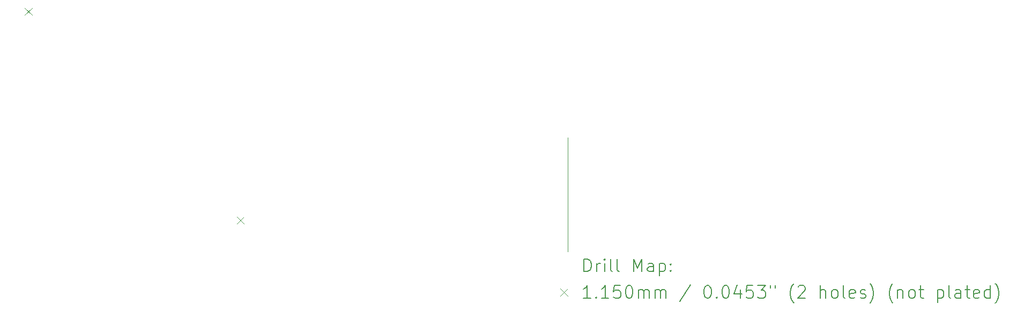
<source format=gbr>
%TF.GenerationSoftware,KiCad,Pcbnew,7.0.10*%
%TF.CreationDate,2024-05-14T18:08:38+03:00*%
%TF.ProjectId,Altamplifier,416c7461-6d70-46c6-9966-6965722e6b69,rev?*%
%TF.SameCoordinates,Original*%
%TF.FileFunction,Drillmap*%
%TF.FilePolarity,Positive*%
%FSLAX45Y45*%
G04 Gerber Fmt 4.5, Leading zero omitted, Abs format (unit mm)*
G04 Created by KiCad (PCBNEW 7.0.10) date 2024-05-14 18:08:38*
%MOMM*%
%LPD*%
G01*
G04 APERTURE LIST*
%ADD10C,0.120000*%
%ADD11C,0.200000*%
%ADD12C,0.115000*%
G04 APERTURE END LIST*
D10*
X17260000Y-8774000D02*
X17260000Y-6974000D01*
D11*
D12*
X8682500Y-4919500D02*
X8797500Y-5034500D01*
X8797500Y-4919500D02*
X8682500Y-5034500D01*
X12031500Y-8220500D02*
X12146500Y-8335500D01*
X12146500Y-8220500D02*
X12031500Y-8335500D01*
D11*
X17514777Y-9091484D02*
X17514777Y-8891484D01*
X17514777Y-8891484D02*
X17562396Y-8891484D01*
X17562396Y-8891484D02*
X17590967Y-8901008D01*
X17590967Y-8901008D02*
X17610015Y-8920055D01*
X17610015Y-8920055D02*
X17619539Y-8939103D01*
X17619539Y-8939103D02*
X17629063Y-8977198D01*
X17629063Y-8977198D02*
X17629063Y-9005770D01*
X17629063Y-9005770D02*
X17619539Y-9043865D01*
X17619539Y-9043865D02*
X17610015Y-9062912D01*
X17610015Y-9062912D02*
X17590967Y-9081960D01*
X17590967Y-9081960D02*
X17562396Y-9091484D01*
X17562396Y-9091484D02*
X17514777Y-9091484D01*
X17714777Y-9091484D02*
X17714777Y-8958150D01*
X17714777Y-8996246D02*
X17724301Y-8977198D01*
X17724301Y-8977198D02*
X17733824Y-8967674D01*
X17733824Y-8967674D02*
X17752872Y-8958150D01*
X17752872Y-8958150D02*
X17771920Y-8958150D01*
X17838586Y-9091484D02*
X17838586Y-8958150D01*
X17838586Y-8891484D02*
X17829063Y-8901008D01*
X17829063Y-8901008D02*
X17838586Y-8910531D01*
X17838586Y-8910531D02*
X17848110Y-8901008D01*
X17848110Y-8901008D02*
X17838586Y-8891484D01*
X17838586Y-8891484D02*
X17838586Y-8910531D01*
X17962396Y-9091484D02*
X17943348Y-9081960D01*
X17943348Y-9081960D02*
X17933824Y-9062912D01*
X17933824Y-9062912D02*
X17933824Y-8891484D01*
X18067158Y-9091484D02*
X18048110Y-9081960D01*
X18048110Y-9081960D02*
X18038586Y-9062912D01*
X18038586Y-9062912D02*
X18038586Y-8891484D01*
X18295729Y-9091484D02*
X18295729Y-8891484D01*
X18295729Y-8891484D02*
X18362396Y-9034341D01*
X18362396Y-9034341D02*
X18429063Y-8891484D01*
X18429063Y-8891484D02*
X18429063Y-9091484D01*
X18610015Y-9091484D02*
X18610015Y-8986722D01*
X18610015Y-8986722D02*
X18600491Y-8967674D01*
X18600491Y-8967674D02*
X18581444Y-8958150D01*
X18581444Y-8958150D02*
X18543348Y-8958150D01*
X18543348Y-8958150D02*
X18524301Y-8967674D01*
X18610015Y-9081960D02*
X18590967Y-9091484D01*
X18590967Y-9091484D02*
X18543348Y-9091484D01*
X18543348Y-9091484D02*
X18524301Y-9081960D01*
X18524301Y-9081960D02*
X18514777Y-9062912D01*
X18514777Y-9062912D02*
X18514777Y-9043865D01*
X18514777Y-9043865D02*
X18524301Y-9024817D01*
X18524301Y-9024817D02*
X18543348Y-9015293D01*
X18543348Y-9015293D02*
X18590967Y-9015293D01*
X18590967Y-9015293D02*
X18610015Y-9005770D01*
X18705253Y-8958150D02*
X18705253Y-9158150D01*
X18705253Y-8967674D02*
X18724301Y-8958150D01*
X18724301Y-8958150D02*
X18762396Y-8958150D01*
X18762396Y-8958150D02*
X18781444Y-8967674D01*
X18781444Y-8967674D02*
X18790967Y-8977198D01*
X18790967Y-8977198D02*
X18800491Y-8996246D01*
X18800491Y-8996246D02*
X18800491Y-9053389D01*
X18800491Y-9053389D02*
X18790967Y-9072436D01*
X18790967Y-9072436D02*
X18781444Y-9081960D01*
X18781444Y-9081960D02*
X18762396Y-9091484D01*
X18762396Y-9091484D02*
X18724301Y-9091484D01*
X18724301Y-9091484D02*
X18705253Y-9081960D01*
X18886205Y-9072436D02*
X18895729Y-9081960D01*
X18895729Y-9081960D02*
X18886205Y-9091484D01*
X18886205Y-9091484D02*
X18876682Y-9081960D01*
X18876682Y-9081960D02*
X18886205Y-9072436D01*
X18886205Y-9072436D02*
X18886205Y-9091484D01*
X18886205Y-8967674D02*
X18895729Y-8977198D01*
X18895729Y-8977198D02*
X18886205Y-8986722D01*
X18886205Y-8986722D02*
X18876682Y-8977198D01*
X18876682Y-8977198D02*
X18886205Y-8967674D01*
X18886205Y-8967674D02*
X18886205Y-8986722D01*
D12*
X17139000Y-9362500D02*
X17254000Y-9477500D01*
X17254000Y-9362500D02*
X17139000Y-9477500D01*
D11*
X17619539Y-9511484D02*
X17505253Y-9511484D01*
X17562396Y-9511484D02*
X17562396Y-9311484D01*
X17562396Y-9311484D02*
X17543348Y-9340055D01*
X17543348Y-9340055D02*
X17524301Y-9359103D01*
X17524301Y-9359103D02*
X17505253Y-9368627D01*
X17705253Y-9492436D02*
X17714777Y-9501960D01*
X17714777Y-9501960D02*
X17705253Y-9511484D01*
X17705253Y-9511484D02*
X17695729Y-9501960D01*
X17695729Y-9501960D02*
X17705253Y-9492436D01*
X17705253Y-9492436D02*
X17705253Y-9511484D01*
X17905253Y-9511484D02*
X17790967Y-9511484D01*
X17848110Y-9511484D02*
X17848110Y-9311484D01*
X17848110Y-9311484D02*
X17829063Y-9340055D01*
X17829063Y-9340055D02*
X17810015Y-9359103D01*
X17810015Y-9359103D02*
X17790967Y-9368627D01*
X18086205Y-9311484D02*
X17990967Y-9311484D01*
X17990967Y-9311484D02*
X17981444Y-9406722D01*
X17981444Y-9406722D02*
X17990967Y-9397198D01*
X17990967Y-9397198D02*
X18010015Y-9387674D01*
X18010015Y-9387674D02*
X18057634Y-9387674D01*
X18057634Y-9387674D02*
X18076682Y-9397198D01*
X18076682Y-9397198D02*
X18086205Y-9406722D01*
X18086205Y-9406722D02*
X18095729Y-9425770D01*
X18095729Y-9425770D02*
X18095729Y-9473389D01*
X18095729Y-9473389D02*
X18086205Y-9492436D01*
X18086205Y-9492436D02*
X18076682Y-9501960D01*
X18076682Y-9501960D02*
X18057634Y-9511484D01*
X18057634Y-9511484D02*
X18010015Y-9511484D01*
X18010015Y-9511484D02*
X17990967Y-9501960D01*
X17990967Y-9501960D02*
X17981444Y-9492436D01*
X18219539Y-9311484D02*
X18238586Y-9311484D01*
X18238586Y-9311484D02*
X18257634Y-9321008D01*
X18257634Y-9321008D02*
X18267158Y-9330531D01*
X18267158Y-9330531D02*
X18276682Y-9349579D01*
X18276682Y-9349579D02*
X18286205Y-9387674D01*
X18286205Y-9387674D02*
X18286205Y-9435293D01*
X18286205Y-9435293D02*
X18276682Y-9473389D01*
X18276682Y-9473389D02*
X18267158Y-9492436D01*
X18267158Y-9492436D02*
X18257634Y-9501960D01*
X18257634Y-9501960D02*
X18238586Y-9511484D01*
X18238586Y-9511484D02*
X18219539Y-9511484D01*
X18219539Y-9511484D02*
X18200491Y-9501960D01*
X18200491Y-9501960D02*
X18190967Y-9492436D01*
X18190967Y-9492436D02*
X18181444Y-9473389D01*
X18181444Y-9473389D02*
X18171920Y-9435293D01*
X18171920Y-9435293D02*
X18171920Y-9387674D01*
X18171920Y-9387674D02*
X18181444Y-9349579D01*
X18181444Y-9349579D02*
X18190967Y-9330531D01*
X18190967Y-9330531D02*
X18200491Y-9321008D01*
X18200491Y-9321008D02*
X18219539Y-9311484D01*
X18371920Y-9511484D02*
X18371920Y-9378150D01*
X18371920Y-9397198D02*
X18381444Y-9387674D01*
X18381444Y-9387674D02*
X18400491Y-9378150D01*
X18400491Y-9378150D02*
X18429063Y-9378150D01*
X18429063Y-9378150D02*
X18448110Y-9387674D01*
X18448110Y-9387674D02*
X18457634Y-9406722D01*
X18457634Y-9406722D02*
X18457634Y-9511484D01*
X18457634Y-9406722D02*
X18467158Y-9387674D01*
X18467158Y-9387674D02*
X18486205Y-9378150D01*
X18486205Y-9378150D02*
X18514777Y-9378150D01*
X18514777Y-9378150D02*
X18533825Y-9387674D01*
X18533825Y-9387674D02*
X18543348Y-9406722D01*
X18543348Y-9406722D02*
X18543348Y-9511484D01*
X18638586Y-9511484D02*
X18638586Y-9378150D01*
X18638586Y-9397198D02*
X18648110Y-9387674D01*
X18648110Y-9387674D02*
X18667158Y-9378150D01*
X18667158Y-9378150D02*
X18695729Y-9378150D01*
X18695729Y-9378150D02*
X18714777Y-9387674D01*
X18714777Y-9387674D02*
X18724301Y-9406722D01*
X18724301Y-9406722D02*
X18724301Y-9511484D01*
X18724301Y-9406722D02*
X18733825Y-9387674D01*
X18733825Y-9387674D02*
X18752872Y-9378150D01*
X18752872Y-9378150D02*
X18781444Y-9378150D01*
X18781444Y-9378150D02*
X18800491Y-9387674D01*
X18800491Y-9387674D02*
X18810015Y-9406722D01*
X18810015Y-9406722D02*
X18810015Y-9511484D01*
X19200491Y-9301960D02*
X19029063Y-9559103D01*
X19457634Y-9311484D02*
X19476682Y-9311484D01*
X19476682Y-9311484D02*
X19495729Y-9321008D01*
X19495729Y-9321008D02*
X19505253Y-9330531D01*
X19505253Y-9330531D02*
X19514777Y-9349579D01*
X19514777Y-9349579D02*
X19524301Y-9387674D01*
X19524301Y-9387674D02*
X19524301Y-9435293D01*
X19524301Y-9435293D02*
X19514777Y-9473389D01*
X19514777Y-9473389D02*
X19505253Y-9492436D01*
X19505253Y-9492436D02*
X19495729Y-9501960D01*
X19495729Y-9501960D02*
X19476682Y-9511484D01*
X19476682Y-9511484D02*
X19457634Y-9511484D01*
X19457634Y-9511484D02*
X19438587Y-9501960D01*
X19438587Y-9501960D02*
X19429063Y-9492436D01*
X19429063Y-9492436D02*
X19419539Y-9473389D01*
X19419539Y-9473389D02*
X19410015Y-9435293D01*
X19410015Y-9435293D02*
X19410015Y-9387674D01*
X19410015Y-9387674D02*
X19419539Y-9349579D01*
X19419539Y-9349579D02*
X19429063Y-9330531D01*
X19429063Y-9330531D02*
X19438587Y-9321008D01*
X19438587Y-9321008D02*
X19457634Y-9311484D01*
X19610015Y-9492436D02*
X19619539Y-9501960D01*
X19619539Y-9501960D02*
X19610015Y-9511484D01*
X19610015Y-9511484D02*
X19600491Y-9501960D01*
X19600491Y-9501960D02*
X19610015Y-9492436D01*
X19610015Y-9492436D02*
X19610015Y-9511484D01*
X19743348Y-9311484D02*
X19762396Y-9311484D01*
X19762396Y-9311484D02*
X19781444Y-9321008D01*
X19781444Y-9321008D02*
X19790968Y-9330531D01*
X19790968Y-9330531D02*
X19800491Y-9349579D01*
X19800491Y-9349579D02*
X19810015Y-9387674D01*
X19810015Y-9387674D02*
X19810015Y-9435293D01*
X19810015Y-9435293D02*
X19800491Y-9473389D01*
X19800491Y-9473389D02*
X19790968Y-9492436D01*
X19790968Y-9492436D02*
X19781444Y-9501960D01*
X19781444Y-9501960D02*
X19762396Y-9511484D01*
X19762396Y-9511484D02*
X19743348Y-9511484D01*
X19743348Y-9511484D02*
X19724301Y-9501960D01*
X19724301Y-9501960D02*
X19714777Y-9492436D01*
X19714777Y-9492436D02*
X19705253Y-9473389D01*
X19705253Y-9473389D02*
X19695729Y-9435293D01*
X19695729Y-9435293D02*
X19695729Y-9387674D01*
X19695729Y-9387674D02*
X19705253Y-9349579D01*
X19705253Y-9349579D02*
X19714777Y-9330531D01*
X19714777Y-9330531D02*
X19724301Y-9321008D01*
X19724301Y-9321008D02*
X19743348Y-9311484D01*
X19981444Y-9378150D02*
X19981444Y-9511484D01*
X19933825Y-9301960D02*
X19886206Y-9444817D01*
X19886206Y-9444817D02*
X20010015Y-9444817D01*
X20181444Y-9311484D02*
X20086206Y-9311484D01*
X20086206Y-9311484D02*
X20076682Y-9406722D01*
X20076682Y-9406722D02*
X20086206Y-9397198D01*
X20086206Y-9397198D02*
X20105253Y-9387674D01*
X20105253Y-9387674D02*
X20152872Y-9387674D01*
X20152872Y-9387674D02*
X20171920Y-9397198D01*
X20171920Y-9397198D02*
X20181444Y-9406722D01*
X20181444Y-9406722D02*
X20190968Y-9425770D01*
X20190968Y-9425770D02*
X20190968Y-9473389D01*
X20190968Y-9473389D02*
X20181444Y-9492436D01*
X20181444Y-9492436D02*
X20171920Y-9501960D01*
X20171920Y-9501960D02*
X20152872Y-9511484D01*
X20152872Y-9511484D02*
X20105253Y-9511484D01*
X20105253Y-9511484D02*
X20086206Y-9501960D01*
X20086206Y-9501960D02*
X20076682Y-9492436D01*
X20257634Y-9311484D02*
X20381444Y-9311484D01*
X20381444Y-9311484D02*
X20314777Y-9387674D01*
X20314777Y-9387674D02*
X20343349Y-9387674D01*
X20343349Y-9387674D02*
X20362396Y-9397198D01*
X20362396Y-9397198D02*
X20371920Y-9406722D01*
X20371920Y-9406722D02*
X20381444Y-9425770D01*
X20381444Y-9425770D02*
X20381444Y-9473389D01*
X20381444Y-9473389D02*
X20371920Y-9492436D01*
X20371920Y-9492436D02*
X20362396Y-9501960D01*
X20362396Y-9501960D02*
X20343349Y-9511484D01*
X20343349Y-9511484D02*
X20286206Y-9511484D01*
X20286206Y-9511484D02*
X20267158Y-9501960D01*
X20267158Y-9501960D02*
X20257634Y-9492436D01*
X20457634Y-9311484D02*
X20457634Y-9349579D01*
X20533825Y-9311484D02*
X20533825Y-9349579D01*
X20829063Y-9587674D02*
X20819539Y-9578150D01*
X20819539Y-9578150D02*
X20800491Y-9549579D01*
X20800491Y-9549579D02*
X20790968Y-9530531D01*
X20790968Y-9530531D02*
X20781444Y-9501960D01*
X20781444Y-9501960D02*
X20771920Y-9454341D01*
X20771920Y-9454341D02*
X20771920Y-9416246D01*
X20771920Y-9416246D02*
X20781444Y-9368627D01*
X20781444Y-9368627D02*
X20790968Y-9340055D01*
X20790968Y-9340055D02*
X20800491Y-9321008D01*
X20800491Y-9321008D02*
X20819539Y-9292436D01*
X20819539Y-9292436D02*
X20829063Y-9282912D01*
X20895730Y-9330531D02*
X20905253Y-9321008D01*
X20905253Y-9321008D02*
X20924301Y-9311484D01*
X20924301Y-9311484D02*
X20971920Y-9311484D01*
X20971920Y-9311484D02*
X20990968Y-9321008D01*
X20990968Y-9321008D02*
X21000491Y-9330531D01*
X21000491Y-9330531D02*
X21010015Y-9349579D01*
X21010015Y-9349579D02*
X21010015Y-9368627D01*
X21010015Y-9368627D02*
X21000491Y-9397198D01*
X21000491Y-9397198D02*
X20886206Y-9511484D01*
X20886206Y-9511484D02*
X21010015Y-9511484D01*
X21248111Y-9511484D02*
X21248111Y-9311484D01*
X21333825Y-9511484D02*
X21333825Y-9406722D01*
X21333825Y-9406722D02*
X21324301Y-9387674D01*
X21324301Y-9387674D02*
X21305253Y-9378150D01*
X21305253Y-9378150D02*
X21276682Y-9378150D01*
X21276682Y-9378150D02*
X21257634Y-9387674D01*
X21257634Y-9387674D02*
X21248111Y-9397198D01*
X21457634Y-9511484D02*
X21438587Y-9501960D01*
X21438587Y-9501960D02*
X21429063Y-9492436D01*
X21429063Y-9492436D02*
X21419539Y-9473389D01*
X21419539Y-9473389D02*
X21419539Y-9416246D01*
X21419539Y-9416246D02*
X21429063Y-9397198D01*
X21429063Y-9397198D02*
X21438587Y-9387674D01*
X21438587Y-9387674D02*
X21457634Y-9378150D01*
X21457634Y-9378150D02*
X21486206Y-9378150D01*
X21486206Y-9378150D02*
X21505253Y-9387674D01*
X21505253Y-9387674D02*
X21514777Y-9397198D01*
X21514777Y-9397198D02*
X21524301Y-9416246D01*
X21524301Y-9416246D02*
X21524301Y-9473389D01*
X21524301Y-9473389D02*
X21514777Y-9492436D01*
X21514777Y-9492436D02*
X21505253Y-9501960D01*
X21505253Y-9501960D02*
X21486206Y-9511484D01*
X21486206Y-9511484D02*
X21457634Y-9511484D01*
X21638587Y-9511484D02*
X21619539Y-9501960D01*
X21619539Y-9501960D02*
X21610015Y-9482912D01*
X21610015Y-9482912D02*
X21610015Y-9311484D01*
X21790968Y-9501960D02*
X21771920Y-9511484D01*
X21771920Y-9511484D02*
X21733825Y-9511484D01*
X21733825Y-9511484D02*
X21714777Y-9501960D01*
X21714777Y-9501960D02*
X21705253Y-9482912D01*
X21705253Y-9482912D02*
X21705253Y-9406722D01*
X21705253Y-9406722D02*
X21714777Y-9387674D01*
X21714777Y-9387674D02*
X21733825Y-9378150D01*
X21733825Y-9378150D02*
X21771920Y-9378150D01*
X21771920Y-9378150D02*
X21790968Y-9387674D01*
X21790968Y-9387674D02*
X21800492Y-9406722D01*
X21800492Y-9406722D02*
X21800492Y-9425770D01*
X21800492Y-9425770D02*
X21705253Y-9444817D01*
X21876682Y-9501960D02*
X21895730Y-9511484D01*
X21895730Y-9511484D02*
X21933825Y-9511484D01*
X21933825Y-9511484D02*
X21952873Y-9501960D01*
X21952873Y-9501960D02*
X21962396Y-9482912D01*
X21962396Y-9482912D02*
X21962396Y-9473389D01*
X21962396Y-9473389D02*
X21952873Y-9454341D01*
X21952873Y-9454341D02*
X21933825Y-9444817D01*
X21933825Y-9444817D02*
X21905253Y-9444817D01*
X21905253Y-9444817D02*
X21886206Y-9435293D01*
X21886206Y-9435293D02*
X21876682Y-9416246D01*
X21876682Y-9416246D02*
X21876682Y-9406722D01*
X21876682Y-9406722D02*
X21886206Y-9387674D01*
X21886206Y-9387674D02*
X21905253Y-9378150D01*
X21905253Y-9378150D02*
X21933825Y-9378150D01*
X21933825Y-9378150D02*
X21952873Y-9387674D01*
X22029063Y-9587674D02*
X22038587Y-9578150D01*
X22038587Y-9578150D02*
X22057634Y-9549579D01*
X22057634Y-9549579D02*
X22067158Y-9530531D01*
X22067158Y-9530531D02*
X22076682Y-9501960D01*
X22076682Y-9501960D02*
X22086206Y-9454341D01*
X22086206Y-9454341D02*
X22086206Y-9416246D01*
X22086206Y-9416246D02*
X22076682Y-9368627D01*
X22076682Y-9368627D02*
X22067158Y-9340055D01*
X22067158Y-9340055D02*
X22057634Y-9321008D01*
X22057634Y-9321008D02*
X22038587Y-9292436D01*
X22038587Y-9292436D02*
X22029063Y-9282912D01*
X22390968Y-9587674D02*
X22381444Y-9578150D01*
X22381444Y-9578150D02*
X22362396Y-9549579D01*
X22362396Y-9549579D02*
X22352873Y-9530531D01*
X22352873Y-9530531D02*
X22343349Y-9501960D01*
X22343349Y-9501960D02*
X22333825Y-9454341D01*
X22333825Y-9454341D02*
X22333825Y-9416246D01*
X22333825Y-9416246D02*
X22343349Y-9368627D01*
X22343349Y-9368627D02*
X22352873Y-9340055D01*
X22352873Y-9340055D02*
X22362396Y-9321008D01*
X22362396Y-9321008D02*
X22381444Y-9292436D01*
X22381444Y-9292436D02*
X22390968Y-9282912D01*
X22467158Y-9378150D02*
X22467158Y-9511484D01*
X22467158Y-9397198D02*
X22476682Y-9387674D01*
X22476682Y-9387674D02*
X22495730Y-9378150D01*
X22495730Y-9378150D02*
X22524301Y-9378150D01*
X22524301Y-9378150D02*
X22543349Y-9387674D01*
X22543349Y-9387674D02*
X22552872Y-9406722D01*
X22552872Y-9406722D02*
X22552872Y-9511484D01*
X22676682Y-9511484D02*
X22657634Y-9501960D01*
X22657634Y-9501960D02*
X22648111Y-9492436D01*
X22648111Y-9492436D02*
X22638587Y-9473389D01*
X22638587Y-9473389D02*
X22638587Y-9416246D01*
X22638587Y-9416246D02*
X22648111Y-9397198D01*
X22648111Y-9397198D02*
X22657634Y-9387674D01*
X22657634Y-9387674D02*
X22676682Y-9378150D01*
X22676682Y-9378150D02*
X22705253Y-9378150D01*
X22705253Y-9378150D02*
X22724301Y-9387674D01*
X22724301Y-9387674D02*
X22733825Y-9397198D01*
X22733825Y-9397198D02*
X22743349Y-9416246D01*
X22743349Y-9416246D02*
X22743349Y-9473389D01*
X22743349Y-9473389D02*
X22733825Y-9492436D01*
X22733825Y-9492436D02*
X22724301Y-9501960D01*
X22724301Y-9501960D02*
X22705253Y-9511484D01*
X22705253Y-9511484D02*
X22676682Y-9511484D01*
X22800492Y-9378150D02*
X22876682Y-9378150D01*
X22829063Y-9311484D02*
X22829063Y-9482912D01*
X22829063Y-9482912D02*
X22838587Y-9501960D01*
X22838587Y-9501960D02*
X22857634Y-9511484D01*
X22857634Y-9511484D02*
X22876682Y-9511484D01*
X23095730Y-9378150D02*
X23095730Y-9578150D01*
X23095730Y-9387674D02*
X23114777Y-9378150D01*
X23114777Y-9378150D02*
X23152873Y-9378150D01*
X23152873Y-9378150D02*
X23171920Y-9387674D01*
X23171920Y-9387674D02*
X23181444Y-9397198D01*
X23181444Y-9397198D02*
X23190968Y-9416246D01*
X23190968Y-9416246D02*
X23190968Y-9473389D01*
X23190968Y-9473389D02*
X23181444Y-9492436D01*
X23181444Y-9492436D02*
X23171920Y-9501960D01*
X23171920Y-9501960D02*
X23152873Y-9511484D01*
X23152873Y-9511484D02*
X23114777Y-9511484D01*
X23114777Y-9511484D02*
X23095730Y-9501960D01*
X23305253Y-9511484D02*
X23286206Y-9501960D01*
X23286206Y-9501960D02*
X23276682Y-9482912D01*
X23276682Y-9482912D02*
X23276682Y-9311484D01*
X23467158Y-9511484D02*
X23467158Y-9406722D01*
X23467158Y-9406722D02*
X23457634Y-9387674D01*
X23457634Y-9387674D02*
X23438587Y-9378150D01*
X23438587Y-9378150D02*
X23400492Y-9378150D01*
X23400492Y-9378150D02*
X23381444Y-9387674D01*
X23467158Y-9501960D02*
X23448111Y-9511484D01*
X23448111Y-9511484D02*
X23400492Y-9511484D01*
X23400492Y-9511484D02*
X23381444Y-9501960D01*
X23381444Y-9501960D02*
X23371920Y-9482912D01*
X23371920Y-9482912D02*
X23371920Y-9463865D01*
X23371920Y-9463865D02*
X23381444Y-9444817D01*
X23381444Y-9444817D02*
X23400492Y-9435293D01*
X23400492Y-9435293D02*
X23448111Y-9435293D01*
X23448111Y-9435293D02*
X23467158Y-9425770D01*
X23533825Y-9378150D02*
X23610015Y-9378150D01*
X23562396Y-9311484D02*
X23562396Y-9482912D01*
X23562396Y-9482912D02*
X23571920Y-9501960D01*
X23571920Y-9501960D02*
X23590968Y-9511484D01*
X23590968Y-9511484D02*
X23610015Y-9511484D01*
X23752873Y-9501960D02*
X23733825Y-9511484D01*
X23733825Y-9511484D02*
X23695730Y-9511484D01*
X23695730Y-9511484D02*
X23676682Y-9501960D01*
X23676682Y-9501960D02*
X23667158Y-9482912D01*
X23667158Y-9482912D02*
X23667158Y-9406722D01*
X23667158Y-9406722D02*
X23676682Y-9387674D01*
X23676682Y-9387674D02*
X23695730Y-9378150D01*
X23695730Y-9378150D02*
X23733825Y-9378150D01*
X23733825Y-9378150D02*
X23752873Y-9387674D01*
X23752873Y-9387674D02*
X23762396Y-9406722D01*
X23762396Y-9406722D02*
X23762396Y-9425770D01*
X23762396Y-9425770D02*
X23667158Y-9444817D01*
X23933825Y-9511484D02*
X23933825Y-9311484D01*
X23933825Y-9501960D02*
X23914777Y-9511484D01*
X23914777Y-9511484D02*
X23876682Y-9511484D01*
X23876682Y-9511484D02*
X23857634Y-9501960D01*
X23857634Y-9501960D02*
X23848111Y-9492436D01*
X23848111Y-9492436D02*
X23838587Y-9473389D01*
X23838587Y-9473389D02*
X23838587Y-9416246D01*
X23838587Y-9416246D02*
X23848111Y-9397198D01*
X23848111Y-9397198D02*
X23857634Y-9387674D01*
X23857634Y-9387674D02*
X23876682Y-9378150D01*
X23876682Y-9378150D02*
X23914777Y-9378150D01*
X23914777Y-9378150D02*
X23933825Y-9387674D01*
X24010015Y-9587674D02*
X24019539Y-9578150D01*
X24019539Y-9578150D02*
X24038587Y-9549579D01*
X24038587Y-9549579D02*
X24048111Y-9530531D01*
X24048111Y-9530531D02*
X24057634Y-9501960D01*
X24057634Y-9501960D02*
X24067158Y-9454341D01*
X24067158Y-9454341D02*
X24067158Y-9416246D01*
X24067158Y-9416246D02*
X24057634Y-9368627D01*
X24057634Y-9368627D02*
X24048111Y-9340055D01*
X24048111Y-9340055D02*
X24038587Y-9321008D01*
X24038587Y-9321008D02*
X24019539Y-9292436D01*
X24019539Y-9292436D02*
X24010015Y-9282912D01*
M02*

</source>
